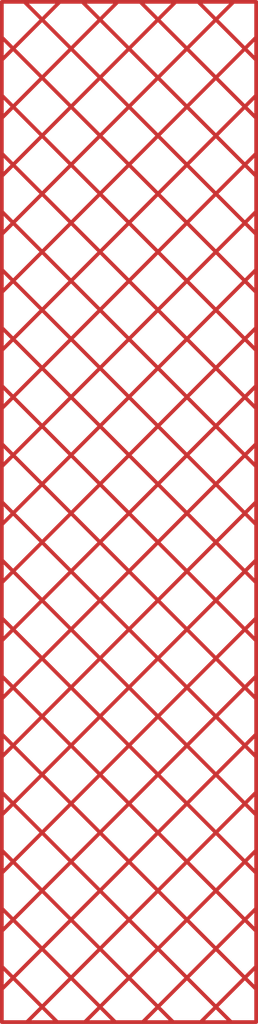
<source format=kicad_pcb>
(kicad_pcb (version 4) (host Gerbview "4.0.4-stable")

  (layers 
    (0 F.Cu signal)
    (31 B.Cu signal)
    (32 B.Adhes user)
    (33 F.Adhes user)
    (34 B.Paste user)
    (35 F.Paste user)
    (36 B.SilkS user)
    (37 F.SilkS user)
    (38 B.Mask user)
    (39 F.Mask user)
    (40 Dwgs.User user)
    (41 Cmts.User user)
    (42 Eco1.User user)
    (43 Eco2.User user)
    (44 Edge.Cuts user)
    (45 Margin user)
    (46 B.CrtYd user)
    (47 F.CrtYd user)
    (48 B.Fab user)
    (49 F.Fab user)
  )

(segment (start 12.84224 -58.66653) (end 10.10135 -55.92564) (width 0.1778) (layer F.Cu) (net 0))
(segment (start 15.60817 -58.66653) (end 10.10135 -53.15971) (width 0.1778) (layer F.Cu) (net 0))
(segment (start 18.37408 -58.66653) (end 10.10148 -50.39393) (width 0.1778) (layer F.Cu) (net 0))
(segment (start 21.14001 -58.66653) (end 10.10148 -47.628) (width 0.1778) (layer F.Cu) (net 0))
(segment (start 22.21753 -56.97814) (end 10.10138 -44.86199) (width 0.1778) (layer F.Cu) (net 0))
(segment (start 22.21753 -54.21221) (end 10.10138 -42.09608) (width 0.1778) (layer F.Cu) (net 0))
(segment (start 22.21753 -51.4463) (end 10.10138 -39.33015) (width 0.1778) (layer F.Cu) (net 0))
(segment (start 22.21753 -48.68037) (end 10.10138 -36.56424) (width 0.1778) (layer F.Cu) (net 0))
(segment (start 22.21753 -45.91446) (end 10.10138 -33.79831) (width 0.1778) (layer F.Cu) (net 0))
(segment (start 22.21753 -43.14855) (end 10.10138 -31.0324) (width 0.1778) (layer F.Cu) (net 0))
(segment (start 22.21753 -40.38262) (end 10.10138 -28.26649) (width 0.1778) (layer F.Cu) (net 0))
(segment (start 22.21753 -37.61671) (end 10.10138 -25.50056) (width 0.1778) (layer F.Cu) (net 0))
(segment (start 22.21753 -34.85078) (end 10.10138 -22.73465) (width 0.1778) (layer F.Cu) (net 0))
(segment (start 22.21753 -32.08487) (end 10.10138 -19.96872) (width 0.1778) (layer F.Cu) (net 0))
(segment (start 22.21753 -29.31894) (end 10.10138 -17.20281) (width 0.1778) (layer F.Cu) (net 0))
(segment (start 22.21753 -26.55303) (end 10.10138 -14.43688) (width 0.1778) (layer F.Cu) (net 0))
(segment (start 22.21753 -23.7871) (end 10.10138 -11.67097) (width 0.1778) (layer F.Cu) (net 0))
(segment (start 22.21753 -21.02119) (end 11.29772 -10.10138) (width 0.1778) (layer F.Cu) (net 0))
(segment (start 22.21753 -18.25528) (end 14.06365 -10.10138) (width 0.1778) (layer F.Cu) (net 0))
(segment (start 22.21753 -15.48935) (end 16.82956 -10.10138) (width 0.1778) (layer F.Cu) (net 0))
(segment (start 22.21753 -12.72344) (end 19.59549 -10.10138) (width 0.1778) (layer F.Cu) (net 0))
(segment (start 19.47677 -58.66653) (end 22.21766 -55.92564) (width 0.1778) (layer F.Cu) (net 0))
(segment (start 16.71084 -58.66653) (end 22.21766 -53.15971) (width 0.1778) (layer F.Cu) (net 0))
(segment (start 13.94493 -58.66653) (end 22.21753 -50.39393) (width 0.1778) (layer F.Cu) (net 0))
(segment (start 11.179 -58.66653) (end 22.21753 -47.628) (width 0.1778) (layer F.Cu) (net 0))
(segment (start 10.10148 -56.97814) (end 22.21763 -44.86199) (width 0.1778) (layer F.Cu) (net 0))
(segment (start 10.10148 -54.21221) (end 22.21763 -42.09608) (width 0.1778) (layer F.Cu) (net 0))
(segment (start 10.10148 -51.4463) (end 22.21763 -39.33015) (width 0.1778) (layer F.Cu) (net 0))
(segment (start 10.10148 -48.68037) (end 22.21763 -36.56424) (width 0.1778) (layer F.Cu) (net 0))
(segment (start 10.10148 -45.91446) (end 22.21763 -33.79831) (width 0.1778) (layer F.Cu) (net 0))
(segment (start 10.10148 -43.14855) (end 22.21763 -31.0324) (width 0.1778) (layer F.Cu) (net 0))
(segment (start 10.10148 -40.38262) (end 22.21763 -28.26649) (width 0.1778) (layer F.Cu) (net 0))
(segment (start 10.10148 -37.61671) (end 22.21763 -25.50056) (width 0.1778) (layer F.Cu) (net 0))
(segment (start 10.10148 -34.85078) (end 22.21763 -22.73465) (width 0.1778) (layer F.Cu) (net 0))
(segment (start 10.10148 -32.08487) (end 22.21763 -19.96872) (width 0.1778) (layer F.Cu) (net 0))
(segment (start 10.10148 -29.31894) (end 22.21763 -17.20281) (width 0.1778) (layer F.Cu) (net 0))
(segment (start 10.10148 -26.55303) (end 22.21763 -14.43688) (width 0.1778) (layer F.Cu) (net 0))
(segment (start 10.10148 -23.7871) (end 22.21763 -11.67097) (width 0.1778) (layer F.Cu) (net 0))
(segment (start 10.10148 -21.02119) (end 21.02129 -10.10138) (width 0.1778) (layer F.Cu) (net 0))
(segment (start 10.10148 -18.25528) (end 18.25536 -10.10138) (width 0.1778) (layer F.Cu) (net 0))
(segment (start 10.10148 -15.48935) (end 15.48945 -10.10138) (width 0.1778) (layer F.Cu) (net 0))
(segment (start 10.10148 -12.72344) (end 12.72352 -10.10138) (width 0.1778) (layer F.Cu) (net 0))
(segment (start 10.17781 -10.08891) (end 22.23011 -10.08891) (width 0.1778) (layer F.Cu) (net 0))
(segment (start 22.23011 -10.08891) (end 22.23011 -58.67911) (width 0.1778) (layer F.Cu) (net 0))
(segment (start 22.23011 -58.67911) (end 10.08891 -58.67911) (width 0.1778) (layer F.Cu) (net 0))
(segment (start 10.08891 -58.67911) (end 10.08891 -10.08891) (width 0.1778) (layer F.Cu) (net 0))
(segment (start 10.08891 -10.08891) (end 10.17781 -10.08891) (width 0.1778) (layer F.Cu) (net 0))
)

</source>
